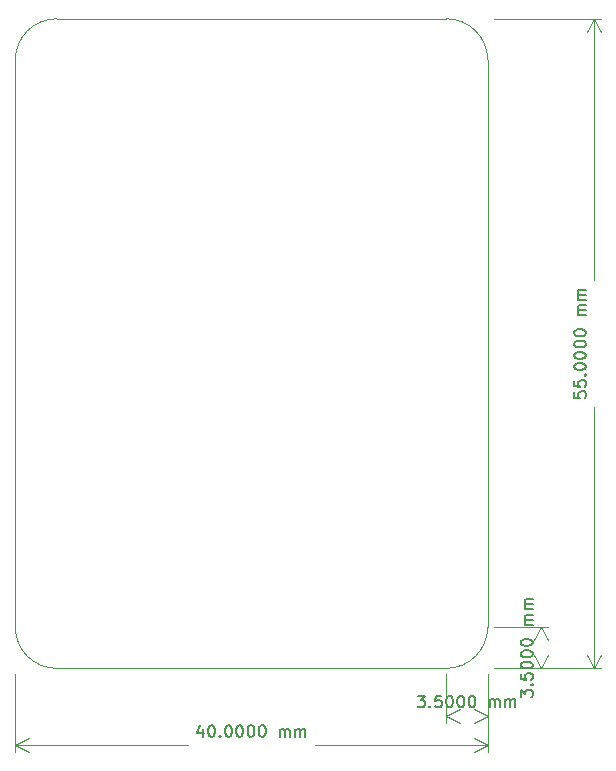
<source format=gbr>
%TF.GenerationSoftware,KiCad,Pcbnew,(6.0.0-0)*%
%TF.CreationDate,2022-02-19T21:54:15+03:00*%
%TF.ProjectId,CopterCat_cm4,436f7074-6572-4436-9174-5f636d342e6b,rev?*%
%TF.SameCoordinates,Original*%
%TF.FileFunction,Profile,NP*%
%FSLAX46Y46*%
G04 Gerber Fmt 4.6, Leading zero omitted, Abs format (unit mm)*
G04 Created by KiCad (PCBNEW (6.0.0-0)) date 2022-02-19 21:54:15*
%MOMM*%
%LPD*%
G01*
G04 APERTURE LIST*
%TA.AperFunction,Profile*%
%ADD10C,0.100000*%
%TD*%
%ADD11C,0.150000*%
G04 APERTURE END LIST*
D10*
X244000000Y-135500000D02*
X211000000Y-135500000D01*
X211000000Y-80500000D02*
X244000000Y-80500000D01*
X207500000Y-132000000D02*
X207500000Y-84000000D01*
X247500000Y-132000000D02*
X247500000Y-84000000D01*
X247500000Y-84000000D02*
G75*
G03*
X244000000Y-80500000I-3499999J1D01*
G01*
X211000000Y-80500000D02*
G75*
G03*
X207500000Y-84000000I-1J-3499999D01*
G01*
X244000000Y-135500000D02*
G75*
G03*
X247500000Y-132000000I1J3499999D01*
G01*
X207500000Y-132000000D02*
G75*
G03*
X211000000Y-135500000I3499999J-1D01*
G01*
D11*
X241559523Y-137802380D02*
X242178571Y-137802380D01*
X241845238Y-138183333D01*
X241988095Y-138183333D01*
X242083333Y-138230952D01*
X242130952Y-138278571D01*
X242178571Y-138373809D01*
X242178571Y-138611904D01*
X242130952Y-138707142D01*
X242083333Y-138754761D01*
X241988095Y-138802380D01*
X241702380Y-138802380D01*
X241607142Y-138754761D01*
X241559523Y-138707142D01*
X242607142Y-138707142D02*
X242654761Y-138754761D01*
X242607142Y-138802380D01*
X242559523Y-138754761D01*
X242607142Y-138707142D01*
X242607142Y-138802380D01*
X243559523Y-137802380D02*
X243083333Y-137802380D01*
X243035714Y-138278571D01*
X243083333Y-138230952D01*
X243178571Y-138183333D01*
X243416666Y-138183333D01*
X243511904Y-138230952D01*
X243559523Y-138278571D01*
X243607142Y-138373809D01*
X243607142Y-138611904D01*
X243559523Y-138707142D01*
X243511904Y-138754761D01*
X243416666Y-138802380D01*
X243178571Y-138802380D01*
X243083333Y-138754761D01*
X243035714Y-138707142D01*
X244226190Y-137802380D02*
X244321428Y-137802380D01*
X244416666Y-137850000D01*
X244464285Y-137897619D01*
X244511904Y-137992857D01*
X244559523Y-138183333D01*
X244559523Y-138421428D01*
X244511904Y-138611904D01*
X244464285Y-138707142D01*
X244416666Y-138754761D01*
X244321428Y-138802380D01*
X244226190Y-138802380D01*
X244130952Y-138754761D01*
X244083333Y-138707142D01*
X244035714Y-138611904D01*
X243988095Y-138421428D01*
X243988095Y-138183333D01*
X244035714Y-137992857D01*
X244083333Y-137897619D01*
X244130952Y-137850000D01*
X244226190Y-137802380D01*
X245178571Y-137802380D02*
X245273809Y-137802380D01*
X245369047Y-137850000D01*
X245416666Y-137897619D01*
X245464285Y-137992857D01*
X245511904Y-138183333D01*
X245511904Y-138421428D01*
X245464285Y-138611904D01*
X245416666Y-138707142D01*
X245369047Y-138754761D01*
X245273809Y-138802380D01*
X245178571Y-138802380D01*
X245083333Y-138754761D01*
X245035714Y-138707142D01*
X244988095Y-138611904D01*
X244940476Y-138421428D01*
X244940476Y-138183333D01*
X244988095Y-137992857D01*
X245035714Y-137897619D01*
X245083333Y-137850000D01*
X245178571Y-137802380D01*
X246130952Y-137802380D02*
X246226190Y-137802380D01*
X246321428Y-137850000D01*
X246369047Y-137897619D01*
X246416666Y-137992857D01*
X246464285Y-138183333D01*
X246464285Y-138421428D01*
X246416666Y-138611904D01*
X246369047Y-138707142D01*
X246321428Y-138754761D01*
X246226190Y-138802380D01*
X246130952Y-138802380D01*
X246035714Y-138754761D01*
X245988095Y-138707142D01*
X245940476Y-138611904D01*
X245892857Y-138421428D01*
X245892857Y-138183333D01*
X245940476Y-137992857D01*
X245988095Y-137897619D01*
X246035714Y-137850000D01*
X246130952Y-137802380D01*
X247654761Y-138802380D02*
X247654761Y-138135714D01*
X247654761Y-138230952D02*
X247702380Y-138183333D01*
X247797619Y-138135714D01*
X247940476Y-138135714D01*
X248035714Y-138183333D01*
X248083333Y-138278571D01*
X248083333Y-138802380D01*
X248083333Y-138278571D02*
X248130952Y-138183333D01*
X248226190Y-138135714D01*
X248369047Y-138135714D01*
X248464285Y-138183333D01*
X248511904Y-138278571D01*
X248511904Y-138802380D01*
X248988095Y-138802380D02*
X248988095Y-138135714D01*
X248988095Y-138230952D02*
X249035714Y-138183333D01*
X249130952Y-138135714D01*
X249273809Y-138135714D01*
X249369047Y-138183333D01*
X249416666Y-138278571D01*
X249416666Y-138802380D01*
X249416666Y-138278571D02*
X249464285Y-138183333D01*
X249559523Y-138135714D01*
X249702380Y-138135714D01*
X249797619Y-138183333D01*
X249845238Y-138278571D01*
X249845238Y-138802380D01*
D10*
X244000000Y-136000000D02*
X244000000Y-140086420D01*
X247500000Y-136000000D02*
X247500000Y-140086420D01*
X244000000Y-139500000D02*
X245126504Y-140086421D01*
X244000000Y-139500000D02*
X245126504Y-138913579D01*
X247500000Y-139500000D02*
X246373496Y-138913579D01*
X247500000Y-139500000D02*
X246373496Y-140086421D01*
D11*
X250302380Y-137940476D02*
X250302380Y-137321428D01*
X250683333Y-137654761D01*
X250683333Y-137511904D01*
X250730952Y-137416666D01*
X250778571Y-137369047D01*
X250873809Y-137321428D01*
X251111904Y-137321428D01*
X251207142Y-137369047D01*
X251254761Y-137416666D01*
X251302380Y-137511904D01*
X251302380Y-137797619D01*
X251254761Y-137892857D01*
X251207142Y-137940476D01*
X251207142Y-136892857D02*
X251254761Y-136845238D01*
X251302380Y-136892857D01*
X251254761Y-136940476D01*
X251207142Y-136892857D01*
X251302380Y-136892857D01*
X250302380Y-135940476D02*
X250302380Y-136416666D01*
X250778571Y-136464285D01*
X250730952Y-136416666D01*
X250683333Y-136321428D01*
X250683333Y-136083333D01*
X250730952Y-135988095D01*
X250778571Y-135940476D01*
X250873809Y-135892857D01*
X251111904Y-135892857D01*
X251207142Y-135940476D01*
X251254761Y-135988095D01*
X251302380Y-136083333D01*
X251302380Y-136321428D01*
X251254761Y-136416666D01*
X251207142Y-136464285D01*
X250302380Y-135273809D02*
X250302380Y-135178571D01*
X250350000Y-135083333D01*
X250397619Y-135035714D01*
X250492857Y-134988095D01*
X250683333Y-134940476D01*
X250921428Y-134940476D01*
X251111904Y-134988095D01*
X251207142Y-135035714D01*
X251254761Y-135083333D01*
X251302380Y-135178571D01*
X251302380Y-135273809D01*
X251254761Y-135369047D01*
X251207142Y-135416666D01*
X251111904Y-135464285D01*
X250921428Y-135511904D01*
X250683333Y-135511904D01*
X250492857Y-135464285D01*
X250397619Y-135416666D01*
X250350000Y-135369047D01*
X250302380Y-135273809D01*
X250302380Y-134321428D02*
X250302380Y-134226190D01*
X250350000Y-134130952D01*
X250397619Y-134083333D01*
X250492857Y-134035714D01*
X250683333Y-133988095D01*
X250921428Y-133988095D01*
X251111904Y-134035714D01*
X251207142Y-134083333D01*
X251254761Y-134130952D01*
X251302380Y-134226190D01*
X251302380Y-134321428D01*
X251254761Y-134416666D01*
X251207142Y-134464285D01*
X251111904Y-134511904D01*
X250921428Y-134559523D01*
X250683333Y-134559523D01*
X250492857Y-134511904D01*
X250397619Y-134464285D01*
X250350000Y-134416666D01*
X250302380Y-134321428D01*
X250302380Y-133369047D02*
X250302380Y-133273809D01*
X250350000Y-133178571D01*
X250397619Y-133130952D01*
X250492857Y-133083333D01*
X250683333Y-133035714D01*
X250921428Y-133035714D01*
X251111904Y-133083333D01*
X251207142Y-133130952D01*
X251254761Y-133178571D01*
X251302380Y-133273809D01*
X251302380Y-133369047D01*
X251254761Y-133464285D01*
X251207142Y-133511904D01*
X251111904Y-133559523D01*
X250921428Y-133607142D01*
X250683333Y-133607142D01*
X250492857Y-133559523D01*
X250397619Y-133511904D01*
X250350000Y-133464285D01*
X250302380Y-133369047D01*
X251302380Y-131845238D02*
X250635714Y-131845238D01*
X250730952Y-131845238D02*
X250683333Y-131797619D01*
X250635714Y-131702380D01*
X250635714Y-131559523D01*
X250683333Y-131464285D01*
X250778571Y-131416666D01*
X251302380Y-131416666D01*
X250778571Y-131416666D02*
X250683333Y-131369047D01*
X250635714Y-131273809D01*
X250635714Y-131130952D01*
X250683333Y-131035714D01*
X250778571Y-130988095D01*
X251302380Y-130988095D01*
X251302380Y-130511904D02*
X250635714Y-130511904D01*
X250730952Y-130511904D02*
X250683333Y-130464285D01*
X250635714Y-130369047D01*
X250635714Y-130226190D01*
X250683333Y-130130952D01*
X250778571Y-130083333D01*
X251302380Y-130083333D01*
X250778571Y-130083333D02*
X250683333Y-130035714D01*
X250635714Y-129940476D01*
X250635714Y-129797619D01*
X250683333Y-129702380D01*
X250778571Y-129654761D01*
X251302380Y-129654761D01*
D10*
X248000000Y-135500000D02*
X252586420Y-135500000D01*
X248000000Y-132000000D02*
X252586420Y-132000000D01*
X252000000Y-135500000D02*
X252586421Y-134373496D01*
X252000000Y-135500000D02*
X251413579Y-134373496D01*
X252000000Y-132000000D02*
X251413579Y-133126504D01*
X252000000Y-132000000D02*
X252586421Y-133126504D01*
D11*
X223357142Y-140635714D02*
X223357142Y-141302380D01*
X223119047Y-140254761D02*
X222880952Y-140969047D01*
X223500000Y-140969047D01*
X224071428Y-140302380D02*
X224166666Y-140302380D01*
X224261904Y-140350000D01*
X224309523Y-140397619D01*
X224357142Y-140492857D01*
X224404761Y-140683333D01*
X224404761Y-140921428D01*
X224357142Y-141111904D01*
X224309523Y-141207142D01*
X224261904Y-141254761D01*
X224166666Y-141302380D01*
X224071428Y-141302380D01*
X223976190Y-141254761D01*
X223928571Y-141207142D01*
X223880952Y-141111904D01*
X223833333Y-140921428D01*
X223833333Y-140683333D01*
X223880952Y-140492857D01*
X223928571Y-140397619D01*
X223976190Y-140350000D01*
X224071428Y-140302380D01*
X224833333Y-141207142D02*
X224880952Y-141254761D01*
X224833333Y-141302380D01*
X224785714Y-141254761D01*
X224833333Y-141207142D01*
X224833333Y-141302380D01*
X225500000Y-140302380D02*
X225595238Y-140302380D01*
X225690476Y-140350000D01*
X225738095Y-140397619D01*
X225785714Y-140492857D01*
X225833333Y-140683333D01*
X225833333Y-140921428D01*
X225785714Y-141111904D01*
X225738095Y-141207142D01*
X225690476Y-141254761D01*
X225595238Y-141302380D01*
X225500000Y-141302380D01*
X225404761Y-141254761D01*
X225357142Y-141207142D01*
X225309523Y-141111904D01*
X225261904Y-140921428D01*
X225261904Y-140683333D01*
X225309523Y-140492857D01*
X225357142Y-140397619D01*
X225404761Y-140350000D01*
X225500000Y-140302380D01*
X226452380Y-140302380D02*
X226547619Y-140302380D01*
X226642857Y-140350000D01*
X226690476Y-140397619D01*
X226738095Y-140492857D01*
X226785714Y-140683333D01*
X226785714Y-140921428D01*
X226738095Y-141111904D01*
X226690476Y-141207142D01*
X226642857Y-141254761D01*
X226547619Y-141302380D01*
X226452380Y-141302380D01*
X226357142Y-141254761D01*
X226309523Y-141207142D01*
X226261904Y-141111904D01*
X226214285Y-140921428D01*
X226214285Y-140683333D01*
X226261904Y-140492857D01*
X226309523Y-140397619D01*
X226357142Y-140350000D01*
X226452380Y-140302380D01*
X227404761Y-140302380D02*
X227500000Y-140302380D01*
X227595238Y-140350000D01*
X227642857Y-140397619D01*
X227690476Y-140492857D01*
X227738095Y-140683333D01*
X227738095Y-140921428D01*
X227690476Y-141111904D01*
X227642857Y-141207142D01*
X227595238Y-141254761D01*
X227500000Y-141302380D01*
X227404761Y-141302380D01*
X227309523Y-141254761D01*
X227261904Y-141207142D01*
X227214285Y-141111904D01*
X227166666Y-140921428D01*
X227166666Y-140683333D01*
X227214285Y-140492857D01*
X227261904Y-140397619D01*
X227309523Y-140350000D01*
X227404761Y-140302380D01*
X228357142Y-140302380D02*
X228452380Y-140302380D01*
X228547619Y-140350000D01*
X228595238Y-140397619D01*
X228642857Y-140492857D01*
X228690476Y-140683333D01*
X228690476Y-140921428D01*
X228642857Y-141111904D01*
X228595238Y-141207142D01*
X228547619Y-141254761D01*
X228452380Y-141302380D01*
X228357142Y-141302380D01*
X228261904Y-141254761D01*
X228214285Y-141207142D01*
X228166666Y-141111904D01*
X228119047Y-140921428D01*
X228119047Y-140683333D01*
X228166666Y-140492857D01*
X228214285Y-140397619D01*
X228261904Y-140350000D01*
X228357142Y-140302380D01*
X229880952Y-141302380D02*
X229880952Y-140635714D01*
X229880952Y-140730952D02*
X229928571Y-140683333D01*
X230023809Y-140635714D01*
X230166666Y-140635714D01*
X230261904Y-140683333D01*
X230309523Y-140778571D01*
X230309523Y-141302380D01*
X230309523Y-140778571D02*
X230357142Y-140683333D01*
X230452380Y-140635714D01*
X230595238Y-140635714D01*
X230690476Y-140683333D01*
X230738095Y-140778571D01*
X230738095Y-141302380D01*
X231214285Y-141302380D02*
X231214285Y-140635714D01*
X231214285Y-140730952D02*
X231261904Y-140683333D01*
X231357142Y-140635714D01*
X231500000Y-140635714D01*
X231595238Y-140683333D01*
X231642857Y-140778571D01*
X231642857Y-141302380D01*
X231642857Y-140778571D02*
X231690476Y-140683333D01*
X231785714Y-140635714D01*
X231928571Y-140635714D01*
X232023809Y-140683333D01*
X232071428Y-140778571D01*
X232071428Y-141302380D01*
D10*
X207500000Y-136000000D02*
X207500000Y-142586420D01*
X247500000Y-136000000D02*
X247500000Y-142586420D01*
X207500000Y-142000000D02*
X222115476Y-142000000D01*
X232884524Y-142000000D02*
X247500000Y-142000000D01*
X207500000Y-142000000D02*
X208626504Y-142586421D01*
X207500000Y-142000000D02*
X208626504Y-141413579D01*
X247500000Y-142000000D02*
X246373496Y-141413579D01*
X247500000Y-142000000D02*
X246373496Y-142586421D01*
D11*
X254802380Y-112095238D02*
X254802380Y-112571428D01*
X255278571Y-112619047D01*
X255230952Y-112571428D01*
X255183333Y-112476190D01*
X255183333Y-112238095D01*
X255230952Y-112142857D01*
X255278571Y-112095238D01*
X255373809Y-112047619D01*
X255611904Y-112047619D01*
X255707142Y-112095238D01*
X255754761Y-112142857D01*
X255802380Y-112238095D01*
X255802380Y-112476190D01*
X255754761Y-112571428D01*
X255707142Y-112619047D01*
X254802380Y-111142857D02*
X254802380Y-111619047D01*
X255278571Y-111666666D01*
X255230952Y-111619047D01*
X255183333Y-111523809D01*
X255183333Y-111285714D01*
X255230952Y-111190476D01*
X255278571Y-111142857D01*
X255373809Y-111095238D01*
X255611904Y-111095238D01*
X255707142Y-111142857D01*
X255754761Y-111190476D01*
X255802380Y-111285714D01*
X255802380Y-111523809D01*
X255754761Y-111619047D01*
X255707142Y-111666666D01*
X255707142Y-110666666D02*
X255754761Y-110619047D01*
X255802380Y-110666666D01*
X255754761Y-110714285D01*
X255707142Y-110666666D01*
X255802380Y-110666666D01*
X254802380Y-110000000D02*
X254802380Y-109904761D01*
X254850000Y-109809523D01*
X254897619Y-109761904D01*
X254992857Y-109714285D01*
X255183333Y-109666666D01*
X255421428Y-109666666D01*
X255611904Y-109714285D01*
X255707142Y-109761904D01*
X255754761Y-109809523D01*
X255802380Y-109904761D01*
X255802380Y-110000000D01*
X255754761Y-110095238D01*
X255707142Y-110142857D01*
X255611904Y-110190476D01*
X255421428Y-110238095D01*
X255183333Y-110238095D01*
X254992857Y-110190476D01*
X254897619Y-110142857D01*
X254850000Y-110095238D01*
X254802380Y-110000000D01*
X254802380Y-109047619D02*
X254802380Y-108952380D01*
X254850000Y-108857142D01*
X254897619Y-108809523D01*
X254992857Y-108761904D01*
X255183333Y-108714285D01*
X255421428Y-108714285D01*
X255611904Y-108761904D01*
X255707142Y-108809523D01*
X255754761Y-108857142D01*
X255802380Y-108952380D01*
X255802380Y-109047619D01*
X255754761Y-109142857D01*
X255707142Y-109190476D01*
X255611904Y-109238095D01*
X255421428Y-109285714D01*
X255183333Y-109285714D01*
X254992857Y-109238095D01*
X254897619Y-109190476D01*
X254850000Y-109142857D01*
X254802380Y-109047619D01*
X254802380Y-108095238D02*
X254802380Y-108000000D01*
X254850000Y-107904761D01*
X254897619Y-107857142D01*
X254992857Y-107809523D01*
X255183333Y-107761904D01*
X255421428Y-107761904D01*
X255611904Y-107809523D01*
X255707142Y-107857142D01*
X255754761Y-107904761D01*
X255802380Y-108000000D01*
X255802380Y-108095238D01*
X255754761Y-108190476D01*
X255707142Y-108238095D01*
X255611904Y-108285714D01*
X255421428Y-108333333D01*
X255183333Y-108333333D01*
X254992857Y-108285714D01*
X254897619Y-108238095D01*
X254850000Y-108190476D01*
X254802380Y-108095238D01*
X254802380Y-107142857D02*
X254802380Y-107047619D01*
X254850000Y-106952380D01*
X254897619Y-106904761D01*
X254992857Y-106857142D01*
X255183333Y-106809523D01*
X255421428Y-106809523D01*
X255611904Y-106857142D01*
X255707142Y-106904761D01*
X255754761Y-106952380D01*
X255802380Y-107047619D01*
X255802380Y-107142857D01*
X255754761Y-107238095D01*
X255707142Y-107285714D01*
X255611904Y-107333333D01*
X255421428Y-107380952D01*
X255183333Y-107380952D01*
X254992857Y-107333333D01*
X254897619Y-107285714D01*
X254850000Y-107238095D01*
X254802380Y-107142857D01*
X255802380Y-105619047D02*
X255135714Y-105619047D01*
X255230952Y-105619047D02*
X255183333Y-105571428D01*
X255135714Y-105476190D01*
X255135714Y-105333333D01*
X255183333Y-105238095D01*
X255278571Y-105190476D01*
X255802380Y-105190476D01*
X255278571Y-105190476D02*
X255183333Y-105142857D01*
X255135714Y-105047619D01*
X255135714Y-104904761D01*
X255183333Y-104809523D01*
X255278571Y-104761904D01*
X255802380Y-104761904D01*
X255802380Y-104285714D02*
X255135714Y-104285714D01*
X255230952Y-104285714D02*
X255183333Y-104238095D01*
X255135714Y-104142857D01*
X255135714Y-104000000D01*
X255183333Y-103904761D01*
X255278571Y-103857142D01*
X255802380Y-103857142D01*
X255278571Y-103857142D02*
X255183333Y-103809523D01*
X255135714Y-103714285D01*
X255135714Y-103571428D01*
X255183333Y-103476190D01*
X255278571Y-103428571D01*
X255802380Y-103428571D01*
D10*
X248000000Y-135500000D02*
X257086420Y-135500000D01*
X248000000Y-80500000D02*
X257086420Y-80500000D01*
X256500000Y-135500000D02*
X256500000Y-113384524D01*
X256500000Y-102615476D02*
X256500000Y-80500000D01*
X256500000Y-135500000D02*
X257086421Y-134373496D01*
X256500000Y-135500000D02*
X255913579Y-134373496D01*
X256500000Y-80500000D02*
X255913579Y-81626504D01*
X256500000Y-80500000D02*
X257086421Y-81626504D01*
M02*

</source>
